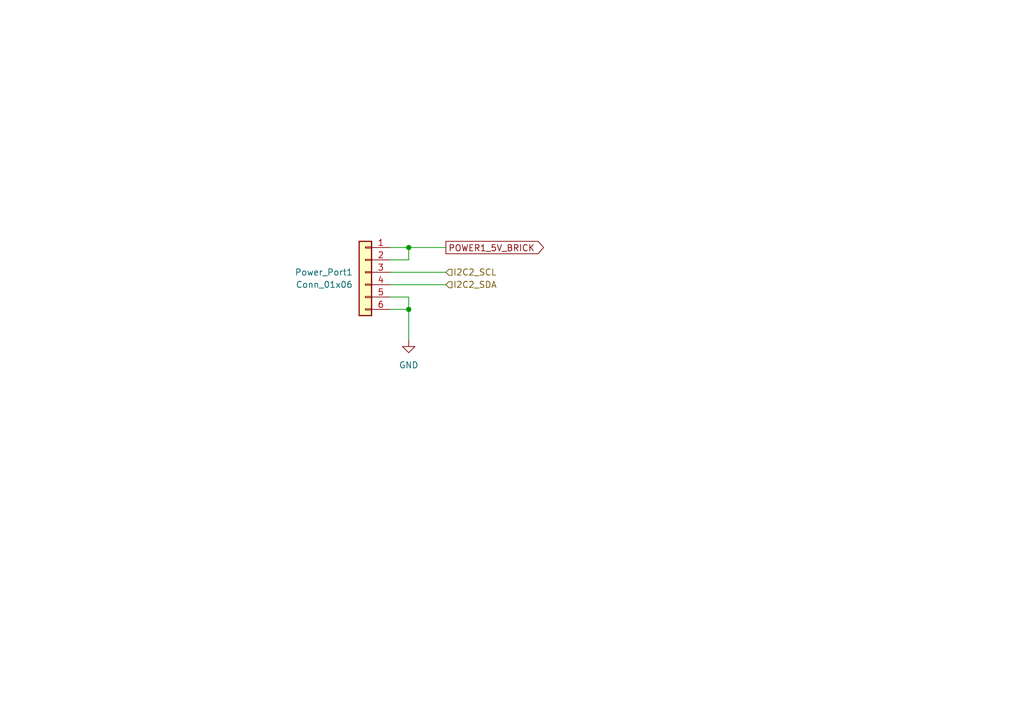
<source format=kicad_sch>
(kicad_sch (version 20231120) (generator "eeschema") (generator_version "8.0")
  (paper "A5")
  (lib_symbols
    (symbol "Connector_Generic:Conn_01x06" (pin_names (offset 1.016) hide)
      (property "Reference" "J" (at 0 7.62 0))
      (property "Value" "Conn_01x06" (at 0 -10.16 0))
      (symbol "Conn_01x06_1_1"
        (rectangle (start -1.27 -7.493) (end 0 -7.747) (stroke (width 0.1524)))
        (rectangle (start -1.27 -4.953) (end 0 -5.207) (stroke (width 0.1524)))
        (rectangle (start -1.27 -2.413) (end 0 -2.667) (stroke (width 0.1524)))
        (rectangle (start -1.27 0.127) (end 0 -0.127) (stroke (width 0.1524)))
        (rectangle (start -1.27 2.667) (end 0 2.413) (stroke (width 0.1524)))
        (rectangle (start -1.27 5.207) (end 0 4.953) (stroke (width 0.1524)))
        (rectangle (start -1.27 6.35) (end 1.27 -8.89) (stroke (width 0.254)) (fill (type background)))
        (pin passive line (at -5.08 5.08 0) (length 3.81) (name "Pin_1") (number "1"))
        (pin passive line (at -5.08 2.54 0) (length 3.81) (name "Pin_2") (number "2"))
        (pin passive line (at -5.08 0 0) (length 3.81) (name "Pin_3") (number "3"))
        (pin passive line (at -5.08 -2.54 0) (length 3.81) (name "Pin_4") (number "4"))
        (pin passive line (at -5.08 -5.08 0) (length 3.81) (name "Pin_5") (number "5"))
        (pin passive line (at -5.08 -7.62 0) (length 3.81) (name "Pin_6") (number "6"))
      )
    )
    (symbol "power:GND" (power) (pin_numbers hide) (pin_names (offset 0) hide)
      (property "Value" "GND" (at 0 -3.81 0))
      (symbol "GND_0_1"
        (polyline (pts (xy 0 0) (xy 0 -1.27) (xy 1.27 -1.27) (xy 0 -2.54) (xy -1.27 -1.27) (xy 0 -1.27)))
      )
      (symbol "GND_1_1"
        (pin power_in line (at 0 0 270) (length 0) (name "~") (number "1"))
      )
    )
  )
  (junction (at 83.82 50.8))
  (junction (at 83.82 63.5))
  (wire (pts (xy 83.82 63.5) (xy 80.01 63.5)))
  (wire (pts (xy 91.44 55.88) (xy 80.01 55.88)))
  (wire (pts (xy 80.01 50.8) (xy 83.82 50.8)))
  (wire (pts (xy 80.01 53.34) (xy 83.82 53.34)))
  (wire (pts (xy 83.82 53.34) (xy 83.82 50.8)))
  (wire (pts (xy 83.82 63.5) (xy 83.82 60.96)))
  (wire (pts (xy 83.82 69.85) (xy 83.82 63.5)))
  (wire (pts (xy 83.82 60.96) (xy 80.01 60.96)))
  (wire (pts (xy 91.44 58.42) (xy 80.01 58.42)))
  (wire (pts (xy 83.82 50.8) (xy 91.44 50.8)))
  (global_label "POWER1_5V_BRICK" (shape output) (at 91.44 50.8 0) (property "Intersheetrefs" "${INTERSHEET_REFS}" (effects (hide yes))))
  (hierarchical_label "I2C2_SCL" (shape input) (at 91.44 55.88 0))
  (hierarchical_label "I2C2_SDA" (shape input) (at 91.44 58.42 0))
  (symbol (lib_id "power:GND") (at 83.82 69.85 0) (mirror y) (unit 1)
    (property "Reference" "#PWR068" (effects (hide yes)))
    (property "Value" "GND" (at 83.82 74.93 0))
    (property "Description" "Power symbol creates a global label with name \"GND\" , ground" (effects (hide yes)))
  )
  (symbol (lib_id "Connector_Generic:Conn_01x06") (at 74.93 55.88 0) (mirror y) (unit 1)
    (property "Reference" "Power_Port1" (at 72.39 55.8799 0) (effects (justify left)))
    (property "Value" "Conn_01x06" (at 72.39 58.4199 0) (effects (justify left)))
    (property "Footprint" "Connector_JST:JST_GH_BM06B-GHS-TBT_1x06-1MP_P1.25mm_Vertical" (effects (hide yes)))
    (property "Description" "Generic connector, single row, 01x06, script generated (kicad-library-utils/schlib/autogen/connector/)" (effects (hide yes)))
  )
)
</source>
